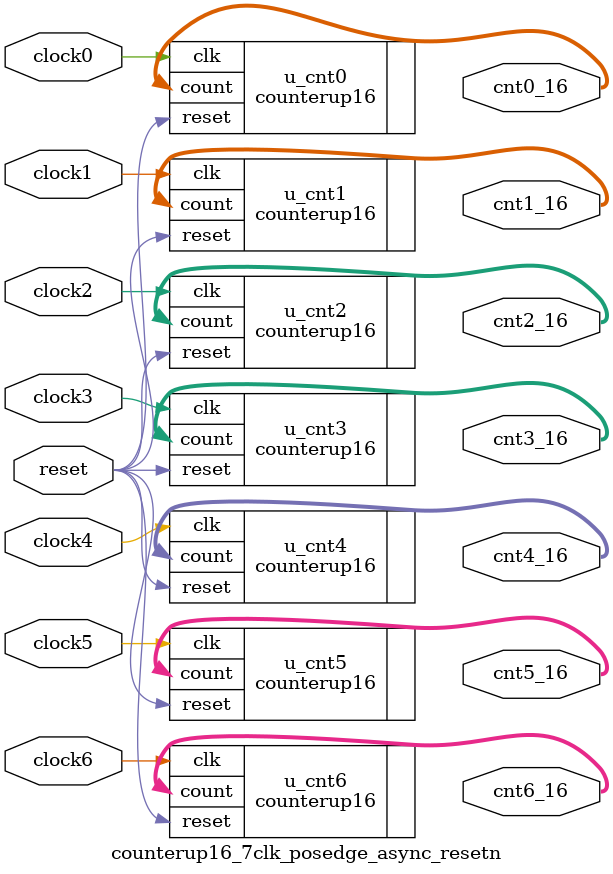
<source format=v>

module counterup16_7clk_posedge_async_resetn (clock0, clock1, clock2, clock3, clock4, clock5, clock6, reset, cnt0_16, cnt1_16, cnt2_16, cnt3_16, cnt4_16,cnt5_16,cnt6_16);
	input clock0, clock1, clock2, clock3, clock4, clock5, clock6;
	input reset;
	output [15:0] cnt0_16;
	output [15:0] cnt1_16;
	output [15:0] cnt2_16;
	output [15:0] cnt3_16;
	output [15:0] cnt4_16;
	output [15:0] cnt5_16;
	output [15:0] cnt6_16;

	counterup16 u_cnt0(.clk(clock0), .reset(reset), .count(cnt0_16));
	counterup16 u_cnt1(.clk(clock1), .reset(reset), .count(cnt1_16));
	counterup16 u_cnt2(.clk(clock2), .reset(reset), .count(cnt2_16));
	counterup16 u_cnt3(.clk(clock3), .reset(reset), .count(cnt3_16));
	counterup16 u_cnt4(.clk(clock4), .reset(reset), .count(cnt4_16));
	counterup16 u_cnt5(.clk(clock5), .reset(reset), .count(cnt5_16));
	counterup16 u_cnt6(.clk(clock6), .reset(reset), .count(cnt6_16));
endmodule 

</source>
